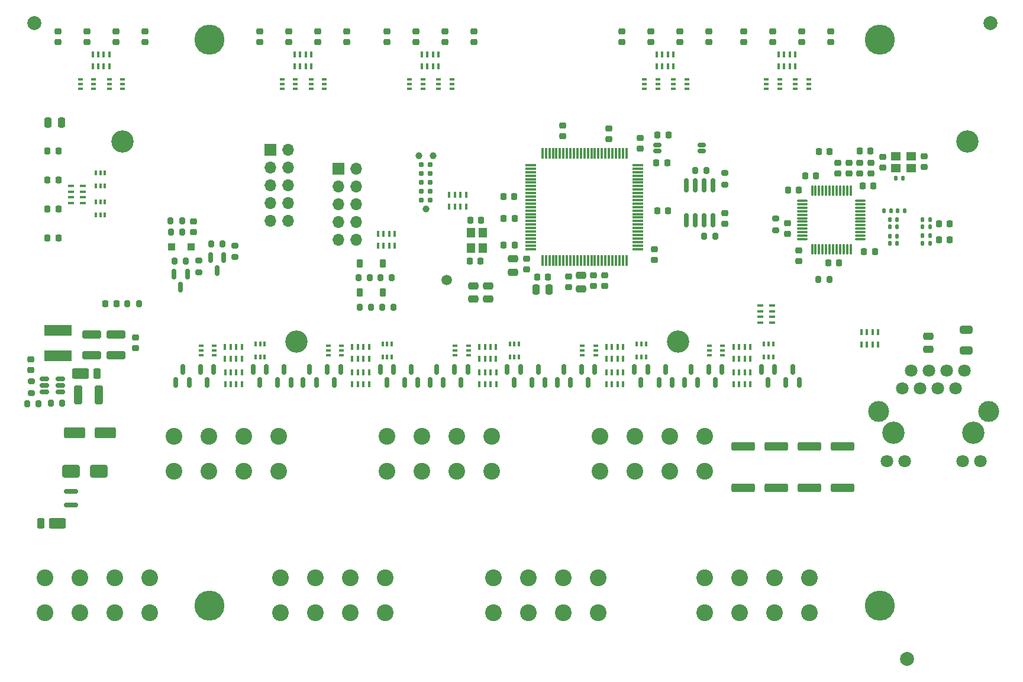
<source format=gbr>
%TF.GenerationSoftware,KiCad,Pcbnew,7.0.8*%
%TF.CreationDate,2024-01-08T11:21:27+02:00*%
%TF.ProjectId,serial_io_expander,73657269-616c-45f6-996f-5f657870616e,R2.1*%
%TF.SameCoordinates,Original*%
%TF.FileFunction,Soldermask,Top*%
%TF.FilePolarity,Negative*%
%FSLAX46Y46*%
G04 Gerber Fmt 4.6, Leading zero omitted, Abs format (unit mm)*
G04 Created by KiCad (PCBNEW 7.0.8) date 2024-01-08 11:21:27*
%MOMM*%
%LPD*%
G01*
G04 APERTURE LIST*
G04 Aperture macros list*
%AMRoundRect*
0 Rectangle with rounded corners*
0 $1 Rounding radius*
0 $2 $3 $4 $5 $6 $7 $8 $9 X,Y pos of 4 corners*
0 Add a 4 corners polygon primitive as box body*
4,1,4,$2,$3,$4,$5,$6,$7,$8,$9,$2,$3,0*
0 Add four circle primitives for the rounded corners*
1,1,$1+$1,$2,$3*
1,1,$1+$1,$4,$5*
1,1,$1+$1,$6,$7*
1,1,$1+$1,$8,$9*
0 Add four rect primitives between the rounded corners*
20,1,$1+$1,$2,$3,$4,$5,0*
20,1,$1+$1,$4,$5,$6,$7,0*
20,1,$1+$1,$6,$7,$8,$9,0*
20,1,$1+$1,$8,$9,$2,$3,0*%
G04 Aperture macros list end*
%ADD10RoundRect,0.200000X-0.275000X0.200000X-0.275000X-0.200000X0.275000X-0.200000X0.275000X0.200000X0*%
%ADD11R,1.400000X1.200000*%
%ADD12C,2.400000*%
%ADD13RoundRect,0.218750X0.256250X-0.218750X0.256250X0.218750X-0.256250X0.218750X-0.256250X-0.218750X0*%
%ADD14RoundRect,0.135000X-0.135000X-0.185000X0.135000X-0.185000X0.135000X0.185000X-0.135000X0.185000X0*%
%ADD15RoundRect,0.225000X0.225000X0.250000X-0.225000X0.250000X-0.225000X-0.250000X0.225000X-0.250000X0*%
%ADD16RoundRect,0.150000X0.150000X-0.587500X0.150000X0.587500X-0.150000X0.587500X-0.150000X-0.587500X0*%
%ADD17R,0.400000X0.900000*%
%ADD18R,0.400000X0.650000*%
%ADD19R,0.650000X0.400000*%
%ADD20RoundRect,0.150000X-0.150000X0.825000X-0.150000X-0.825000X0.150000X-0.825000X0.150000X0.825000X0*%
%ADD21RoundRect,0.225000X0.250000X-0.225000X0.250000X0.225000X-0.250000X0.225000X-0.250000X-0.225000X0*%
%ADD22RoundRect,0.225000X-0.225000X-0.250000X0.225000X-0.250000X0.225000X0.250000X-0.225000X0.250000X0*%
%ADD23RoundRect,0.150000X0.850000X0.150000X-0.850000X0.150000X-0.850000X-0.150000X0.850000X-0.150000X0*%
%ADD24RoundRect,0.218750X0.218750X0.256250X-0.218750X0.256250X-0.218750X-0.256250X0.218750X-0.256250X0*%
%ADD25RoundRect,0.200000X-0.200000X-0.275000X0.200000X-0.275000X0.200000X0.275000X-0.200000X0.275000X0*%
%ADD26RoundRect,0.250000X0.650000X-0.325000X0.650000X0.325000X-0.650000X0.325000X-0.650000X-0.325000X0*%
%ADD27C,3.200000*%
%ADD28C,1.800000*%
%ADD29C,3.000000*%
%ADD30RoundRect,0.135000X0.135000X0.185000X-0.135000X0.185000X-0.135000X-0.185000X0.135000X-0.185000X0*%
%ADD31RoundRect,0.225000X-0.225000X-0.375000X0.225000X-0.375000X0.225000X0.375000X-0.225000X0.375000X0*%
%ADD32RoundRect,0.200000X0.200000X0.275000X-0.200000X0.275000X-0.200000X-0.275000X0.200000X-0.275000X0*%
%ADD33RoundRect,0.250000X-0.475000X0.250000X-0.475000X-0.250000X0.475000X-0.250000X0.475000X0.250000X0*%
%ADD34RoundRect,0.225000X-0.250000X0.225000X-0.250000X-0.225000X0.250000X-0.225000X0.250000X0.225000X0*%
%ADD35R,1.700000X1.700000*%
%ADD36O,1.700000X1.700000*%
%ADD37RoundRect,0.150000X-0.150000X0.587500X-0.150000X-0.587500X0.150000X-0.587500X0.150000X0.587500X0*%
%ADD38C,2.000000*%
%ADD39RoundRect,0.250000X-0.950000X-0.500000X0.950000X-0.500000X0.950000X0.500000X-0.950000X0.500000X0*%
%ADD40RoundRect,0.250000X-0.275000X-0.500000X0.275000X-0.500000X0.275000X0.500000X-0.275000X0.500000X0*%
%ADD41RoundRect,0.250000X0.950000X0.500000X-0.950000X0.500000X-0.950000X-0.500000X0.950000X-0.500000X0*%
%ADD42RoundRect,0.250000X0.275000X0.500000X-0.275000X0.500000X-0.275000X-0.500000X0.275000X-0.500000X0*%
%ADD43RoundRect,0.200000X0.275000X-0.200000X0.275000X0.200000X-0.275000X0.200000X-0.275000X-0.200000X0*%
%ADD44RoundRect,0.250000X-1.100000X0.325000X-1.100000X-0.325000X1.100000X-0.325000X1.100000X0.325000X0*%
%ADD45C,4.300000*%
%ADD46RoundRect,0.250000X1.425000X-0.362500X1.425000X0.362500X-1.425000X0.362500X-1.425000X-0.362500X0*%
%ADD47RoundRect,0.250000X-0.300000X-0.300000X0.300000X-0.300000X0.300000X0.300000X-0.300000X0.300000X0*%
%ADD48RoundRect,0.250000X0.475000X-0.250000X0.475000X0.250000X-0.475000X0.250000X-0.475000X-0.250000X0*%
%ADD49RoundRect,0.250000X-1.000000X-0.650000X1.000000X-0.650000X1.000000X0.650000X-1.000000X0.650000X0*%
%ADD50RoundRect,0.250000X-1.250000X-0.550000X1.250000X-0.550000X1.250000X0.550000X-1.250000X0.550000X0*%
%ADD51R,1.200000X1.400000*%
%ADD52C,1.500000*%
%ADD53RoundRect,0.250000X-0.325000X-1.100000X0.325000X-1.100000X0.325000X1.100000X-0.325000X1.100000X0*%
%ADD54RoundRect,0.218750X-0.218750X-0.256250X0.218750X-0.256250X0.218750X0.256250X-0.218750X0.256250X0*%
%ADD55RoundRect,0.075000X0.075000X-0.725000X0.075000X0.725000X-0.075000X0.725000X-0.075000X-0.725000X0*%
%ADD56RoundRect,0.075000X0.725000X-0.075000X0.725000X0.075000X-0.725000X0.075000X-0.725000X-0.075000X0*%
%ADD57RoundRect,0.250000X-0.250000X-0.475000X0.250000X-0.475000X0.250000X0.475000X-0.250000X0.475000X0*%
%ADD58R,4.000000X1.500000*%
%ADD59C,0.990600*%
%ADD60C,0.787400*%
%ADD61RoundRect,0.150000X-0.450000X-0.150000X0.450000X-0.150000X0.450000X0.150000X-0.450000X0.150000X0*%
%ADD62R,0.900000X0.400000*%
%ADD63RoundRect,0.075000X0.662500X0.075000X-0.662500X0.075000X-0.662500X-0.075000X0.662500X-0.075000X0*%
%ADD64RoundRect,0.075000X0.075000X0.662500X-0.075000X0.662500X-0.075000X-0.662500X0.075000X-0.662500X0*%
%ADD65RoundRect,0.150000X-0.512500X-0.150000X0.512500X-0.150000X0.512500X0.150000X-0.512500X0.150000X0*%
G04 APERTURE END LIST*
D10*
%TO.C,R5*%
X161190000Y-72975000D03*
X161190000Y-74625000D03*
%TD*%
D11*
%TO.C,Y3*%
X187876250Y-70558750D03*
X185676250Y-70558750D03*
X185676250Y-72258750D03*
X187876250Y-72258750D03*
%TD*%
D12*
%TO.C,J12*%
X143330000Y-110600000D03*
X143330000Y-115600000D03*
X148330000Y-110600000D03*
X148330000Y-115600000D03*
X153330000Y-110600000D03*
X153330000Y-115600000D03*
X158330000Y-110600000D03*
X158330000Y-115600000D03*
%TD*%
D13*
%TO.C,D33*%
X102905000Y-54260000D03*
X102905000Y-52685000D03*
%TD*%
D14*
%TO.C,R79*%
X185641250Y-73758750D03*
X186661250Y-73758750D03*
%TD*%
D15*
%TO.C,C16*%
X131105000Y-79490000D03*
X129555000Y-79490000D03*
%TD*%
D16*
%TO.C,D11*%
X155392500Y-102972500D03*
X157292500Y-102972500D03*
X156342500Y-101097500D03*
%TD*%
D17*
%TO.C,RN11*%
X107880001Y-103222500D03*
X108680001Y-103222500D03*
X109480001Y-103222500D03*
X110280001Y-103222500D03*
X110280001Y-101522500D03*
X109480001Y-101522500D03*
X108680001Y-101522500D03*
X107880001Y-101522500D03*
%TD*%
D18*
%TO.C,U27*%
X166792500Y-99322500D03*
X167442500Y-99322500D03*
X168092500Y-99322500D03*
X168092500Y-97422500D03*
X167442500Y-97422500D03*
X166792500Y-97422500D03*
%TD*%
D19*
%TO.C,U9*%
X68980000Y-59610000D03*
X68980000Y-60260000D03*
X68980000Y-60910000D03*
X70880000Y-60910000D03*
X70880000Y-60260000D03*
X70880000Y-59610000D03*
%TD*%
D20*
%TO.C,U3*%
X159460000Y-74775000D03*
X158190000Y-74775000D03*
X156920000Y-74775000D03*
X155650000Y-74775000D03*
X155650000Y-79725000D03*
X156920000Y-79725000D03*
X158190000Y-79725000D03*
X159460000Y-79725000D03*
%TD*%
D17*
%TO.C,RN17*%
X144255001Y-103222500D03*
X145055001Y-103222500D03*
X145855001Y-103222500D03*
X146655001Y-103222500D03*
X146655001Y-101522500D03*
X145855001Y-101522500D03*
X145055001Y-101522500D03*
X144255001Y-101522500D03*
%TD*%
%TO.C,RN18*%
X146645000Y-97872500D03*
X145845000Y-97872500D03*
X145045000Y-97872500D03*
X144245000Y-97872500D03*
X144245000Y-99572500D03*
X145045000Y-99572500D03*
X145845000Y-99572500D03*
X146645000Y-99572500D03*
%TD*%
D21*
%TO.C,C8*%
X61860000Y-101195000D03*
X61860000Y-99645000D03*
%TD*%
D13*
%TO.C,D34*%
X98755000Y-54260000D03*
X98755000Y-52685000D03*
%TD*%
D22*
%TO.C,C2*%
X151400000Y-71500000D03*
X152950000Y-71500000D03*
%TD*%
D23*
%TO.C,L5*%
X67600000Y-120450000D03*
X67600000Y-118550000D03*
%TD*%
D24*
%TO.C,D49*%
X65830000Y-78110002D03*
X64255000Y-78110002D03*
%TD*%
D25*
%TO.C,R75*%
X111875000Y-87925000D03*
X113525000Y-87925000D03*
%TD*%
D26*
%TO.C,C47*%
X195750000Y-98355000D03*
X195750000Y-95405000D03*
%TD*%
D19*
%TO.C,U7*%
X120230001Y-59610000D03*
X120230001Y-60260000D03*
X120230001Y-60910000D03*
X122130001Y-60910000D03*
X122130001Y-60260000D03*
X122130001Y-59610000D03*
%TD*%
D16*
%TO.C,D12*%
X137205000Y-102972500D03*
X139105000Y-102972500D03*
X138155000Y-101097500D03*
%TD*%
D17*
%TO.C,RN6*%
X171280000Y-56060000D03*
X170480000Y-56060000D03*
X169680000Y-56060000D03*
X168880000Y-56060000D03*
X168880000Y-57760000D03*
X169680000Y-57760000D03*
X170480000Y-57760000D03*
X171280000Y-57760000D03*
%TD*%
D16*
%TO.C,D7*%
X151755000Y-102972499D03*
X153655000Y-102972499D03*
X152705000Y-101097499D03*
%TD*%
D27*
%TO.C,J5*%
X185360000Y-110100000D03*
X196790000Y-110100000D03*
D28*
X186630000Y-103750000D03*
X187900000Y-101210000D03*
X189170000Y-103750000D03*
X190440000Y-101210000D03*
X191710000Y-103750000D03*
X192980000Y-101210000D03*
X194250000Y-103750000D03*
D29*
X183225000Y-107050000D03*
D28*
X195520000Y-101210000D03*
D29*
X198925000Y-107050000D03*
D28*
X184400000Y-114160000D03*
X186940000Y-114160000D03*
X195210000Y-114160000D03*
X197750000Y-114160000D03*
%TD*%
D30*
%TO.C,R83*%
X185831250Y-81983750D03*
X184811250Y-81983750D03*
%TD*%
D13*
%TO.C,D24*%
X78180000Y-54260000D03*
X78180000Y-52685000D03*
%TD*%
D30*
%TO.C,R89*%
X190530000Y-79610000D03*
X189510000Y-79610000D03*
%TD*%
D21*
%TO.C,C19*%
X149100000Y-69525000D03*
X149100000Y-67975000D03*
%TD*%
D15*
%TO.C,C37*%
X177526250Y-85808750D03*
X175976250Y-85808750D03*
%TD*%
D31*
%TO.C,D44*%
X108952500Y-90035000D03*
X112252500Y-90035000D03*
%TD*%
D30*
%TO.C,R87*%
X190530000Y-81970000D03*
X189510000Y-81970000D03*
%TD*%
D18*
%TO.C,U21*%
X130417500Y-99322500D03*
X131067500Y-99322500D03*
X131717500Y-99322500D03*
X131717500Y-97422500D03*
X131067500Y-97422500D03*
X130417500Y-97422500D03*
%TD*%
D32*
%TO.C,R6*%
X159865000Y-82000000D03*
X158215000Y-82000000D03*
%TD*%
D12*
%TO.C,J11*%
X82370000Y-110600000D03*
X82370000Y-115600000D03*
X87370000Y-110600000D03*
X87370000Y-115600000D03*
X92370000Y-110600000D03*
X92370000Y-115600000D03*
X97370000Y-110600000D03*
X97370000Y-115600000D03*
%TD*%
D33*
%TO.C,C18*%
X125245000Y-89100000D03*
X125245000Y-91000000D03*
%TD*%
D34*
%TO.C,C38*%
X170130000Y-80135000D03*
X170130000Y-81685000D03*
%TD*%
D35*
%TO.C,J14*%
X105940000Y-72400000D03*
D36*
X108480000Y-72400000D03*
X105940000Y-74940000D03*
X108480000Y-74940000D03*
X105940000Y-77480000D03*
X108480000Y-77480000D03*
X105940000Y-80020000D03*
X108480000Y-80020000D03*
X105940000Y-82560000D03*
X108480000Y-82560000D03*
%TD*%
D16*
%TO.C,D9*%
X100830000Y-102972500D03*
X102730000Y-102972500D03*
X101780000Y-101097500D03*
%TD*%
D30*
%TO.C,R90*%
X190530000Y-80640000D03*
X189510000Y-80640000D03*
%TD*%
D37*
%TO.C,D23*%
X95592501Y-101097500D03*
X93692501Y-101097500D03*
X94642501Y-102972500D03*
%TD*%
D38*
%TO.C,FID3*%
X187300000Y-142450000D03*
%TD*%
D17*
%TO.C,RN9*%
X92082500Y-97872500D03*
X91282500Y-97872500D03*
X90482500Y-97872500D03*
X89682500Y-97872500D03*
X89682500Y-99572500D03*
X90482500Y-99572500D03*
X91282500Y-99572500D03*
X92082500Y-99572500D03*
%TD*%
D25*
%TO.C,R74*%
X112150000Y-92175000D03*
X113800000Y-92175000D03*
%TD*%
D37*
%TO.C,D22*%
X150155001Y-101097500D03*
X148255001Y-101097500D03*
X149205001Y-102972500D03*
%TD*%
D39*
%TO.C,D1*%
X65650000Y-123100000D03*
D40*
X63275000Y-123100000D03*
%TD*%
D17*
%TO.C,RN16*%
X164832500Y-97872500D03*
X164032500Y-97872500D03*
X163232500Y-97872500D03*
X162432500Y-97872500D03*
X162432500Y-99572500D03*
X163232500Y-99572500D03*
X164032500Y-99572500D03*
X164832500Y-99572500D03*
%TD*%
D33*
%TO.C,C28*%
X130900000Y-85250000D03*
X130900000Y-87150000D03*
%TD*%
D41*
%TO.C,D46*%
X69010000Y-101620000D03*
D42*
X71385000Y-101620000D03*
%TD*%
D18*
%TO.C,U15*%
X112230000Y-99322500D03*
X112880000Y-99322500D03*
X113530000Y-99322500D03*
X113530000Y-97422500D03*
X112880000Y-97422500D03*
X112230000Y-97422500D03*
%TD*%
D43*
%TO.C,R4*%
X168510000Y-81145000D03*
X168510000Y-79495000D03*
%TD*%
D37*
%TO.C,D14*%
X106230000Y-101097500D03*
X104330000Y-101097500D03*
X105280000Y-102972500D03*
%TD*%
D13*
%TO.C,D28*%
X125280000Y-54260000D03*
X125280000Y-52685000D03*
%TD*%
D17*
%TO.C,RN2*%
X124175000Y-76075000D03*
X123375000Y-76075000D03*
X122575000Y-76075000D03*
X121775000Y-76075000D03*
X121775000Y-77775000D03*
X122575000Y-77775000D03*
X123375000Y-77775000D03*
X124175000Y-77775000D03*
%TD*%
D12*
%TO.C,J9*%
X97610000Y-130840000D03*
X97610000Y-135840000D03*
X102610000Y-130840000D03*
X102610000Y-135840000D03*
X107610000Y-130840000D03*
X107610000Y-135840000D03*
X112610000Y-130840000D03*
X112610000Y-135840000D03*
%TD*%
D25*
%TO.C,R3*%
X75712500Y-91700000D03*
X77362500Y-91700000D03*
%TD*%
%TO.C,R1*%
X81930000Y-81410000D03*
X83580000Y-81410000D03*
%TD*%
D44*
%TO.C,C9*%
X74060000Y-96045000D03*
X74060000Y-98995000D03*
%TD*%
D34*
%TO.C,C11*%
X76900000Y-96495000D03*
X76900000Y-98045000D03*
%TD*%
D12*
%TO.C,J8*%
X128090000Y-130840000D03*
X128090000Y-135840000D03*
X133090000Y-130840000D03*
X133090000Y-135840000D03*
X138090000Y-130840000D03*
X138090000Y-135840000D03*
X143090000Y-130840000D03*
X143090000Y-135840000D03*
%TD*%
D24*
%TO.C,L4*%
X176197500Y-69880000D03*
X174622500Y-69880000D03*
%TD*%
D30*
%TO.C,R82*%
X186941250Y-78353750D03*
X185921250Y-78353750D03*
%TD*%
D19*
%TO.C,U18*%
X167130000Y-59610000D03*
X167130000Y-60260000D03*
X167130000Y-60910000D03*
X169030000Y-60910000D03*
X169030000Y-60260000D03*
X169030000Y-59610000D03*
%TD*%
D13*
%TO.C,D29*%
X121130000Y-54260000D03*
X121130000Y-52685000D03*
%TD*%
D18*
%TO.C,U33*%
X148605000Y-99322500D03*
X149255000Y-99322500D03*
X149905000Y-99322500D03*
X149905000Y-97422500D03*
X149255000Y-97422500D03*
X148605000Y-97422500D03*
%TD*%
D17*
%TO.C,RN14*%
X128457500Y-97872500D03*
X127657500Y-97872500D03*
X126857500Y-97872500D03*
X126057500Y-97872500D03*
X126057500Y-99572500D03*
X126857500Y-99572500D03*
X127657500Y-99572500D03*
X128457500Y-99572500D03*
%TD*%
D16*
%TO.C,D10*%
X119017500Y-102972500D03*
X120917500Y-102972500D03*
X119967500Y-101097500D03*
%TD*%
D45*
%TO.C,H4*%
X183330000Y-53922400D03*
%TD*%
D24*
%TO.C,D47*%
X65830000Y-69810002D03*
X64255000Y-69810002D03*
%TD*%
D46*
%TO.C,R8*%
X163800000Y-118000000D03*
X163800000Y-112075000D03*
%TD*%
D19*
%TO.C,U28*%
X158992500Y-97722500D03*
X158992500Y-98372500D03*
X158992500Y-99022500D03*
X160892500Y-99022500D03*
X160892500Y-98372500D03*
X160892500Y-97722500D03*
%TD*%
D13*
%TO.C,D35*%
X94605000Y-54260000D03*
X94605000Y-52685000D03*
%TD*%
D12*
%TO.C,J1*%
X63880000Y-130840000D03*
X63880000Y-135840000D03*
X68880000Y-130840000D03*
X68880000Y-135840000D03*
X73880000Y-130840000D03*
X73880000Y-135840000D03*
X78880000Y-130840000D03*
X78880000Y-135840000D03*
%TD*%
D21*
%TO.C,C35*%
X180501250Y-73058750D03*
X180501250Y-71508750D03*
%TD*%
D30*
%TO.C,R84*%
X185841250Y-83023750D03*
X184821250Y-83023750D03*
%TD*%
D18*
%TO.C,U19*%
X71180000Y-74860000D03*
X71830000Y-74860000D03*
X72480000Y-74860000D03*
X72480000Y-72960000D03*
X71830000Y-72960000D03*
X71180000Y-72960000D03*
%TD*%
D47*
%TO.C,D5*%
X82030000Y-83510000D03*
X84830000Y-83510000D03*
%TD*%
D13*
%TO.C,D30*%
X116980000Y-54260000D03*
X116980000Y-52685000D03*
%TD*%
%TO.C,D43*%
X163880000Y-54260000D03*
X163880000Y-52685000D03*
%TD*%
D48*
%TO.C,C46*%
X190340000Y-98210000D03*
X190340000Y-96310000D03*
%TD*%
D17*
%TO.C,RN12*%
X110270000Y-97872500D03*
X109470000Y-97872500D03*
X108670000Y-97872500D03*
X107870000Y-97872500D03*
X107870000Y-99572500D03*
X108670000Y-99572500D03*
X109470000Y-99572500D03*
X110270000Y-99572500D03*
%TD*%
D30*
%TO.C,R81*%
X184991250Y-78353750D03*
X183971250Y-78353750D03*
%TD*%
D49*
%TO.C,D51*%
X67600000Y-115650000D03*
X71600000Y-115650000D03*
%TD*%
D50*
%TO.C,C6*%
X68150000Y-110120000D03*
X72550000Y-110120000D03*
%TD*%
D22*
%TO.C,C45*%
X191845000Y-80240000D03*
X193395000Y-80240000D03*
%TD*%
D31*
%TO.C,D45*%
X108925000Y-85925000D03*
X112225000Y-85925000D03*
%TD*%
D12*
%TO.C,J10*%
X112850000Y-110600000D03*
X112850000Y-115600000D03*
X117850000Y-110600000D03*
X117850000Y-115600000D03*
X122850000Y-110600000D03*
X122850000Y-115600000D03*
X127850000Y-110600000D03*
X127850000Y-115600000D03*
%TD*%
D38*
%TO.C,FID1*%
X62400000Y-51550000D03*
%TD*%
D22*
%TO.C,C40*%
X180881250Y-74828750D03*
X182431250Y-74828750D03*
%TD*%
D37*
%TO.C,Q2*%
X89480000Y-85035000D03*
X87580000Y-85035000D03*
X88530000Y-86910000D03*
%TD*%
%TO.C,D21*%
X168342501Y-101097500D03*
X166442501Y-101097500D03*
X167392501Y-102972500D03*
%TD*%
D17*
%TO.C,RN8*%
X180750000Y-97475000D03*
X181550000Y-97475000D03*
X182350000Y-97475000D03*
X183150000Y-97475000D03*
X183150000Y-95775000D03*
X182350000Y-95775000D03*
X181550000Y-95775000D03*
X180750000Y-95775000D03*
%TD*%
D33*
%TO.C,C14*%
X127325000Y-89100000D03*
X127325000Y-91000000D03*
%TD*%
D25*
%TO.C,R76*%
X64735000Y-105920000D03*
X66385000Y-105920000D03*
%TD*%
D22*
%TO.C,C3*%
X124775000Y-79700000D03*
X126325000Y-79700000D03*
%TD*%
D25*
%TO.C,R72*%
X108925000Y-92175000D03*
X110575000Y-92175000D03*
%TD*%
D51*
%TO.C,Y2*%
X124850000Y-81550000D03*
X124850000Y-83750000D03*
X126550000Y-83750000D03*
X126550000Y-81550000D03*
%TD*%
D15*
%TO.C,C5*%
X126225000Y-85575000D03*
X124675000Y-85575000D03*
%TD*%
D32*
%TO.C,R77*%
X63010000Y-105970000D03*
X61360000Y-105970000D03*
%TD*%
D15*
%TO.C,C34*%
X174225000Y-73420000D03*
X172675000Y-73420000D03*
%TD*%
D30*
%TO.C,R88*%
X190530000Y-83010000D03*
X189510000Y-83010000D03*
%TD*%
D13*
%TO.C,D42*%
X168030000Y-54260000D03*
X168030000Y-52685000D03*
%TD*%
%TO.C,D25*%
X74030000Y-54260000D03*
X74030000Y-52685000D03*
%TD*%
%TO.C,D26*%
X69880000Y-54260000D03*
X69880000Y-52685000D03*
%TD*%
D15*
%TO.C,C24*%
X131045000Y-76360000D03*
X129495000Y-76360000D03*
%TD*%
D21*
%TO.C,C39*%
X178931250Y-73058750D03*
X178931250Y-71508750D03*
%TD*%
D37*
%TO.C,D20*%
X131967501Y-101097500D03*
X130067501Y-101097500D03*
X131017501Y-102972500D03*
%TD*%
D52*
%TO.C,TP2*%
X121430000Y-88310000D03*
%TD*%
D32*
%TO.C,R2*%
X83530000Y-79810000D03*
X81880000Y-79810000D03*
%TD*%
D19*
%TO.C,U22*%
X122617500Y-97722500D03*
X122617500Y-98372500D03*
X122617500Y-99022500D03*
X124517500Y-99022500D03*
X124517500Y-98372500D03*
X124517500Y-97722500D03*
%TD*%
D37*
%TO.C,Q3*%
X84280000Y-87435000D03*
X82380000Y-87435000D03*
X83330000Y-89310000D03*
%TD*%
D30*
%TO.C,R85*%
X185811250Y-79623750D03*
X184791250Y-79623750D03*
%TD*%
D19*
%TO.C,U11*%
X102005001Y-59610000D03*
X102005001Y-60260000D03*
X102005001Y-60910000D03*
X103905001Y-60910000D03*
X103905001Y-60260000D03*
X103905001Y-59610000D03*
%TD*%
D22*
%TO.C,C44*%
X191845000Y-82540000D03*
X193395000Y-82540000D03*
%TD*%
D53*
%TO.C,C7*%
X68685000Y-104720000D03*
X71635000Y-104720000D03*
%TD*%
D21*
%TO.C,C27*%
X144600000Y-68175000D03*
X144600000Y-66625000D03*
%TD*%
%TO.C,C41*%
X177361250Y-73058750D03*
X177361250Y-71508750D03*
%TD*%
D19*
%TO.C,U17*%
X171280001Y-59610000D03*
X171280001Y-60260000D03*
X171280001Y-60910000D03*
X173180001Y-60910000D03*
X173180001Y-60260000D03*
X173180001Y-59610000D03*
%TD*%
D54*
%TO.C,D2*%
X72550000Y-91700000D03*
X74125000Y-91700000D03*
%TD*%
D13*
%TO.C,D41*%
X172180000Y-54260000D03*
X172180000Y-52685000D03*
%TD*%
D33*
%TO.C,C26*%
X140630000Y-87620000D03*
X140630000Y-89520000D03*
%TD*%
D17*
%TO.C,RN3*%
X120230000Y-56060000D03*
X119430000Y-56060000D03*
X118630000Y-56060000D03*
X117830000Y-56060000D03*
X117830000Y-57760000D03*
X118630000Y-57760000D03*
X119430000Y-57760000D03*
X120230000Y-57760000D03*
%TD*%
D13*
%TO.C,D40*%
X176330000Y-54260000D03*
X176330000Y-52685000D03*
%TD*%
D16*
%TO.C,D4*%
X133567500Y-102972499D03*
X135467500Y-102972499D03*
X134517500Y-101097499D03*
%TD*%
D37*
%TO.C,D15*%
X124417500Y-101097500D03*
X122517500Y-101097500D03*
X123467500Y-102972500D03*
%TD*%
D19*
%TO.C,U12*%
X97855000Y-59610000D03*
X97855000Y-60260000D03*
X97855000Y-60910000D03*
X99755000Y-60910000D03*
X99755000Y-60260000D03*
X99755000Y-59610000D03*
%TD*%
D17*
%TO.C,RN15*%
X162442501Y-103222500D03*
X163242501Y-103222500D03*
X164042501Y-103222500D03*
X164842501Y-103222500D03*
X164842501Y-101522500D03*
X164042501Y-101522500D03*
X163242501Y-101522500D03*
X162442501Y-101522500D03*
%TD*%
D15*
%TO.C,C32*%
X182026250Y-69858750D03*
X180476250Y-69858750D03*
%TD*%
D19*
%TO.C,U13*%
X153830001Y-59610000D03*
X153830001Y-60260000D03*
X153830001Y-60910000D03*
X155730001Y-60910000D03*
X155730001Y-60260000D03*
X155730001Y-59610000D03*
%TD*%
D18*
%TO.C,U20*%
X71180000Y-79010002D03*
X71830000Y-79010002D03*
X72480000Y-79010002D03*
X72480000Y-77110002D03*
X71830000Y-77110002D03*
X71180000Y-77110002D03*
%TD*%
D37*
%TO.C,D18*%
X88042500Y-101097500D03*
X86142500Y-101097500D03*
X87092500Y-102972500D03*
%TD*%
D34*
%TO.C,C25*%
X132800000Y-85225000D03*
X132800000Y-86775000D03*
%TD*%
D13*
%TO.C,L2*%
X144030000Y-89157500D03*
X144030000Y-87582500D03*
%TD*%
D21*
%TO.C,C1*%
X85140000Y-81420000D03*
X85140000Y-79870000D03*
%TD*%
D55*
%TO.C,U1*%
X135100000Y-85525000D03*
X135600000Y-85525000D03*
X136100000Y-85525000D03*
X136600000Y-85525000D03*
X137100000Y-85525000D03*
X137600000Y-85525000D03*
X138100000Y-85525000D03*
X138600000Y-85525000D03*
X139100000Y-85525000D03*
X139600000Y-85525000D03*
X140100000Y-85525000D03*
X140600000Y-85525000D03*
X141100000Y-85525000D03*
X141600000Y-85525000D03*
X142100000Y-85525000D03*
X142600000Y-85525000D03*
X143100000Y-85525000D03*
X143600000Y-85525000D03*
X144100000Y-85525000D03*
X144600000Y-85525000D03*
X145100000Y-85525000D03*
X145600000Y-85525000D03*
X146100000Y-85525000D03*
X146600000Y-85525000D03*
X147100000Y-85525000D03*
D56*
X148775000Y-83850000D03*
X148775000Y-83350000D03*
X148775000Y-82850000D03*
X148775000Y-82350000D03*
X148775000Y-81850000D03*
X148775000Y-81350000D03*
X148775000Y-80850000D03*
X148775000Y-80350000D03*
X148775000Y-79850000D03*
X148775000Y-79350000D03*
X148775000Y-78850000D03*
X148775000Y-78350000D03*
X148775000Y-77850000D03*
X148775000Y-77350000D03*
X148775000Y-76850000D03*
X148775000Y-76350000D03*
X148775000Y-75850000D03*
X148775000Y-75350000D03*
X148775000Y-74850000D03*
X148775000Y-74350000D03*
X148775000Y-73850000D03*
X148775000Y-73350000D03*
X148775000Y-72850000D03*
X148775000Y-72350000D03*
X148775000Y-71850000D03*
D55*
X147100000Y-70175000D03*
X146600000Y-70175000D03*
X146100000Y-70175000D03*
X145600000Y-70175000D03*
X145100000Y-70175000D03*
X144600000Y-70175000D03*
X144100000Y-70175000D03*
X143600000Y-70175000D03*
X143100000Y-70175000D03*
X142600000Y-70175000D03*
X142100000Y-70175000D03*
X141600000Y-70175000D03*
X141100000Y-70175000D03*
X140600000Y-70175000D03*
X140100000Y-70175000D03*
X139600000Y-70175000D03*
X139100000Y-70175000D03*
X138600000Y-70175000D03*
X138100000Y-70175000D03*
X137600000Y-70175000D03*
X137100000Y-70175000D03*
X136600000Y-70175000D03*
X136100000Y-70175000D03*
X135600000Y-70175000D03*
X135100000Y-70175000D03*
D56*
X133425000Y-71850000D03*
X133425000Y-72350000D03*
X133425000Y-72850000D03*
X133425000Y-73350000D03*
X133425000Y-73850000D03*
X133425000Y-74350000D03*
X133425000Y-74850000D03*
X133425000Y-75350000D03*
X133425000Y-75850000D03*
X133425000Y-76350000D03*
X133425000Y-76850000D03*
X133425000Y-77350000D03*
X133425000Y-77850000D03*
X133425000Y-78350000D03*
X133425000Y-78850000D03*
X133425000Y-79350000D03*
X133425000Y-79850000D03*
X133425000Y-80350000D03*
X133425000Y-80850000D03*
X133425000Y-81350000D03*
X133425000Y-81850000D03*
X133425000Y-82350000D03*
X133425000Y-82850000D03*
X133425000Y-83350000D03*
X133425000Y-83850000D03*
%TD*%
D19*
%TO.C,U34*%
X140805000Y-97722500D03*
X140805000Y-98372500D03*
X140805000Y-99022500D03*
X142705000Y-99022500D03*
X142705000Y-98372500D03*
X142705000Y-97722500D03*
%TD*%
D57*
%TO.C,C13*%
X64340000Y-65755000D03*
X66240000Y-65755000D03*
%TD*%
D19*
%TO.C,U6*%
X86242500Y-97722500D03*
X86242500Y-98372500D03*
X86242500Y-99022500D03*
X88142500Y-99022500D03*
X88142500Y-98372500D03*
X88142500Y-97722500D03*
%TD*%
D21*
%TO.C,C17*%
X137975000Y-67725000D03*
X137975000Y-66175000D03*
%TD*%
D35*
%TO.C,J6*%
X96140000Y-69630000D03*
D36*
X98680000Y-69630000D03*
X96140000Y-72170000D03*
X98680000Y-72170000D03*
X96140000Y-74710000D03*
X98680000Y-74710000D03*
X96140000Y-77250000D03*
X98680000Y-77250000D03*
X96140000Y-79790000D03*
X98680000Y-79790000D03*
%TD*%
D15*
%TO.C,C15*%
X131100000Y-83275000D03*
X129550000Y-83275000D03*
%TD*%
D13*
%TO.C,D31*%
X112830000Y-54260000D03*
X112830000Y-52685000D03*
%TD*%
D25*
%TO.C,R12*%
X87680000Y-83135000D03*
X89330000Y-83135000D03*
%TD*%
D27*
%TO.C,H8*%
X154500000Y-97050000D03*
%TD*%
D19*
%TO.C,U16*%
X104430000Y-97722500D03*
X104430000Y-98372500D03*
X104430000Y-99022500D03*
X106330000Y-99022500D03*
X106330000Y-98372500D03*
X106330000Y-97722500D03*
%TD*%
D15*
%TO.C,C43*%
X171766250Y-75423750D03*
X170216250Y-75423750D03*
%TD*%
D34*
%TO.C,C30*%
X142430000Y-87585000D03*
X142430000Y-89135000D03*
%TD*%
D43*
%TO.C,R11*%
X91090000Y-85020000D03*
X91090000Y-83370000D03*
%TD*%
D18*
%TO.C,U5*%
X94042500Y-99322500D03*
X94692500Y-99322500D03*
X95342500Y-99322500D03*
X95342500Y-97422500D03*
X94692500Y-97422500D03*
X94042500Y-97422500D03*
%TD*%
D32*
%TO.C,R7*%
X158590000Y-72600000D03*
X156940000Y-72600000D03*
%TD*%
D46*
%TO.C,R10*%
X173266666Y-118000000D03*
X173266666Y-112075000D03*
%TD*%
D16*
%TO.C,D8*%
X97192500Y-102972499D03*
X99092500Y-102972499D03*
X98142500Y-101097499D03*
%TD*%
D58*
%TO.C,L1*%
X65760000Y-99120000D03*
X65760000Y-95520000D03*
%TD*%
D13*
%TO.C,D36*%
X158880000Y-54260000D03*
X158880000Y-52685000D03*
%TD*%
D12*
%TO.C,J13*%
X158330000Y-130840000D03*
X158330000Y-135840000D03*
X163330000Y-130840000D03*
X163330000Y-135840000D03*
X168330000Y-130840000D03*
X168330000Y-135840000D03*
X173330000Y-130840000D03*
X173330000Y-135840000D03*
%TD*%
D30*
%TO.C,R86*%
X185811250Y-80653750D03*
X184791250Y-80653750D03*
%TD*%
D59*
%TO.C,J7*%
X118410000Y-78110000D03*
X117394000Y-70490000D03*
X119426000Y-70490000D03*
D60*
X119045000Y-76840000D03*
X119045000Y-75570000D03*
X119045000Y-74300000D03*
X119045000Y-73030000D03*
X119045000Y-71760000D03*
X117775000Y-71760000D03*
X117775000Y-73030000D03*
X117775000Y-74300000D03*
X117775000Y-75570000D03*
X117775000Y-76840000D03*
%TD*%
D27*
%TO.C,H7*%
X99875000Y-97050000D03*
%TD*%
D44*
%TO.C,C10*%
X70560000Y-96045000D03*
X70560000Y-98995000D03*
%TD*%
D13*
%TO.C,D37*%
X154730000Y-54260000D03*
X154730000Y-52685000D03*
%TD*%
D61*
%TO.C,Y1*%
X151550000Y-69850000D03*
X157850000Y-69850000D03*
X157850000Y-68950000D03*
X151550000Y-68950000D03*
%TD*%
D24*
%TO.C,D48*%
X65830000Y-73960002D03*
X64255000Y-73960002D03*
%TD*%
D17*
%TO.C,RN5*%
X153830000Y-56060000D03*
X153030000Y-56060000D03*
X152230000Y-56060000D03*
X151430000Y-56060000D03*
X151430000Y-57760000D03*
X152230000Y-57760000D03*
X153030000Y-57760000D03*
X153830000Y-57760000D03*
%TD*%
D38*
%TO.C,FID2*%
X199200000Y-51550000D03*
%TD*%
D37*
%TO.C,D16*%
X160792500Y-101097500D03*
X158892500Y-101097500D03*
X159842500Y-102972500D03*
%TD*%
D19*
%TO.C,U8*%
X73130001Y-59610000D03*
X73130001Y-60260000D03*
X73130001Y-60910000D03*
X75030001Y-60910000D03*
X75030001Y-60260000D03*
X75030001Y-59610000D03*
%TD*%
D45*
%TO.C,H2*%
X183330000Y-134872400D03*
%TD*%
D16*
%TO.C,D3*%
X115380000Y-102972499D03*
X117280000Y-102972499D03*
X116330000Y-101097499D03*
%TD*%
D17*
%TO.C,RN4*%
X102005000Y-56060000D03*
X101205000Y-56060000D03*
X100405000Y-56060000D03*
X99605000Y-56060000D03*
X99605000Y-57760000D03*
X100405000Y-57760000D03*
X101205000Y-57760000D03*
X102005000Y-57760000D03*
%TD*%
D37*
%TO.C,D19*%
X113780001Y-101097500D03*
X111880001Y-101097500D03*
X112830001Y-102972500D03*
%TD*%
D13*
%TO.C,L3*%
X182101250Y-73083750D03*
X182101250Y-71508750D03*
%TD*%
D62*
%TO.C,RN7*%
X67630000Y-74860002D03*
X67630000Y-75660002D03*
X67630000Y-76460002D03*
X67630000Y-77260002D03*
X69330000Y-77260002D03*
X69330000Y-76460002D03*
X69330000Y-75660002D03*
X69330000Y-74860002D03*
%TD*%
D17*
%TO.C,RN10*%
X89692501Y-103222500D03*
X90492501Y-103222500D03*
X91292501Y-103222500D03*
X92092501Y-103222500D03*
X92092501Y-101522500D03*
X91292501Y-101522500D03*
X90492501Y-101522500D03*
X89692501Y-101522500D03*
%TD*%
D46*
%TO.C,R9*%
X168533333Y-118000000D03*
X168533333Y-112075000D03*
%TD*%
D19*
%TO.C,U14*%
X149680000Y-59610000D03*
X149680000Y-60260000D03*
X149680000Y-60910000D03*
X151580000Y-60910000D03*
X151580000Y-60260000D03*
X151580000Y-59610000D03*
%TD*%
D63*
%TO.C,U4*%
X180593750Y-82441250D03*
X180593750Y-81941250D03*
X180593750Y-81441250D03*
X180593750Y-80941250D03*
X180593750Y-80441250D03*
X180593750Y-79941250D03*
X180593750Y-79441250D03*
X180593750Y-78941250D03*
X180593750Y-78441250D03*
X180593750Y-77941250D03*
X180593750Y-77441250D03*
X180593750Y-76941250D03*
D64*
X179181250Y-75528750D03*
X178681250Y-75528750D03*
X178181250Y-75528750D03*
X177681250Y-75528750D03*
X177181250Y-75528750D03*
X176681250Y-75528750D03*
X176181250Y-75528750D03*
X175681250Y-75528750D03*
X175181250Y-75528750D03*
X174681250Y-75528750D03*
X174181250Y-75528750D03*
X173681250Y-75528750D03*
D63*
X172268750Y-76941250D03*
X172268750Y-77441250D03*
X172268750Y-77941250D03*
X172268750Y-78441250D03*
X172268750Y-78941250D03*
X172268750Y-79441250D03*
X172268750Y-79941250D03*
X172268750Y-80441250D03*
X172268750Y-80941250D03*
X172268750Y-81441250D03*
X172268750Y-81941250D03*
X172268750Y-82441250D03*
D64*
X173681250Y-83853750D03*
X174181250Y-83853750D03*
X174681250Y-83853750D03*
X175181250Y-83853750D03*
X175681250Y-83853750D03*
X176181250Y-83853750D03*
X176681250Y-83853750D03*
X177181250Y-83853750D03*
X177681250Y-83853750D03*
X178181250Y-83853750D03*
X178681250Y-83853750D03*
X179181250Y-83853750D03*
%TD*%
D32*
%TO.C,R80*%
X176215000Y-88190000D03*
X174565000Y-88190000D03*
%TD*%
D16*
%TO.C,D6*%
X169942500Y-102972499D03*
X171842500Y-102972499D03*
X170892500Y-101097499D03*
%TD*%
%TO.C,D13*%
X82642500Y-102972500D03*
X84542500Y-102972500D03*
X83592500Y-101097500D03*
%TD*%
D34*
%TO.C,C21*%
X138830000Y-87785000D03*
X138830000Y-89335000D03*
%TD*%
D21*
%TO.C,C36*%
X183776250Y-72183750D03*
X183776250Y-70633750D03*
%TD*%
D22*
%TO.C,C23*%
X134355000Y-87860000D03*
X135905000Y-87860000D03*
%TD*%
D57*
%TO.C,C20*%
X134180000Y-89660000D03*
X136080000Y-89660000D03*
%TD*%
D24*
%TO.C,D50*%
X65830000Y-82260002D03*
X64255000Y-82260002D03*
%TD*%
D13*
%TO.C,D32*%
X107055000Y-54260000D03*
X107055000Y-52685000D03*
%TD*%
D17*
%TO.C,RN19*%
X73130000Y-56060000D03*
X72330000Y-56060000D03*
X71530000Y-56060000D03*
X70730000Y-56060000D03*
X70730000Y-57760000D03*
X71530000Y-57760000D03*
X72330000Y-57760000D03*
X73130000Y-57760000D03*
%TD*%
D43*
%TO.C,R14*%
X85930000Y-87160000D03*
X85930000Y-85510000D03*
%TD*%
D10*
%TO.C,R78*%
X61960000Y-102770000D03*
X61960000Y-104420000D03*
%TD*%
D62*
%TO.C,RN20*%
X166250000Y-91950000D03*
X166250000Y-92750000D03*
X166250000Y-93550000D03*
X166250000Y-94350000D03*
X167950000Y-94350000D03*
X167950000Y-93550000D03*
X167950000Y-92750000D03*
X167950000Y-91950000D03*
%TD*%
D25*
%TO.C,R73*%
X108775000Y-87925000D03*
X110425000Y-87925000D03*
%TD*%
D22*
%TO.C,C4*%
X151565000Y-67500000D03*
X153115000Y-67500000D03*
%TD*%
D13*
%TO.C,D27*%
X65730000Y-54260000D03*
X65730000Y-52685000D03*
%TD*%
D22*
%TO.C,C29*%
X151525000Y-78350000D03*
X153075000Y-78350000D03*
%TD*%
D17*
%TO.C,RN13*%
X126067501Y-103222500D03*
X126867501Y-103222500D03*
X127667501Y-103222500D03*
X128467501Y-103222500D03*
X128467501Y-101522500D03*
X127667501Y-101522500D03*
X126867501Y-101522500D03*
X126067501Y-101522500D03*
%TD*%
D13*
%TO.C,D39*%
X146430000Y-54260000D03*
X146430000Y-52685000D03*
%TD*%
D34*
%TO.C,C42*%
X171801250Y-84058750D03*
X171801250Y-85608750D03*
%TD*%
D17*
%TO.C,RN1*%
X113950000Y-81675000D03*
X113150000Y-81675000D03*
X112350000Y-81675000D03*
X111550000Y-81675000D03*
X111550000Y-83375000D03*
X112350000Y-83375000D03*
X113150000Y-83375000D03*
X113950000Y-83375000D03*
%TD*%
D34*
%TO.C,C33*%
X189750000Y-70605000D03*
X189750000Y-72155000D03*
%TD*%
D21*
%TO.C,C12*%
X161180000Y-80250000D03*
X161180000Y-78700000D03*
%TD*%
D27*
%TO.C,H6*%
X195875000Y-68500000D03*
%TD*%
D13*
%TO.C,D38*%
X150580000Y-54260000D03*
X150580000Y-52685000D03*
%TD*%
D45*
%TO.C,H3*%
X87430000Y-134872400D03*
%TD*%
D32*
%TO.C,R13*%
X84080000Y-85535000D03*
X82430000Y-85535000D03*
%TD*%
D22*
%TO.C,C31*%
X181106250Y-84178750D03*
X182656250Y-84178750D03*
%TD*%
D19*
%TO.C,U10*%
X116080000Y-59610000D03*
X116080000Y-60260000D03*
X116080000Y-60910000D03*
X117980000Y-60910000D03*
X117980000Y-60260000D03*
X117980000Y-59610000D03*
%TD*%
D37*
%TO.C,D17*%
X142605000Y-101097500D03*
X140705000Y-101097500D03*
X141655000Y-102972500D03*
%TD*%
D34*
%TO.C,C22*%
X151095000Y-83850000D03*
X151095000Y-85400000D03*
%TD*%
D27*
%TO.C,H5*%
X75000000Y-68500000D03*
%TD*%
D46*
%TO.C,R15*%
X178000000Y-118000000D03*
X178000000Y-112075000D03*
%TD*%
D65*
%TO.C,U2*%
X63822500Y-102420000D03*
X63822500Y-103370000D03*
X63822500Y-104320000D03*
X66097500Y-104320000D03*
X66097500Y-103370000D03*
X66097500Y-102420000D03*
%TD*%
D45*
%TO.C,H1*%
X87430000Y-53922400D03*
%TD*%
M02*

</source>
